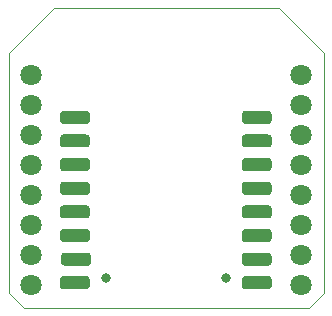
<source format=gbr>
G04 #@! TF.FileFunction,Soldermask,Bot*
%FSLAX46Y46*%
G04 Gerber Fmt 4.6, Leading zero omitted, Abs format (unit mm)*
G04 Created by KiCad (PCBNEW (2016-07-11 BZR 6975, Git 98ad509)-product) date Sat Aug 13 17:34:52 2016*
%MOMM*%
%LPD*%
G01*
G04 APERTURE LIST*
%ADD10C,0.100000*%
%ADD11C,1.800000*%
%ADD12C,0.800000*%
G04 APERTURE END LIST*
D10*
X201930000Y-75565000D02*
X205740000Y-79375000D01*
X194310000Y-75565000D02*
X201930000Y-75565000D01*
X194310000Y-75565000D02*
X182880000Y-75565000D01*
X205740000Y-99695000D02*
X205740000Y-79375000D01*
X205740000Y-99695000D02*
X204470000Y-100965000D01*
X179070000Y-79375000D02*
X179070000Y-99695000D01*
X180340000Y-100965000D02*
X204470000Y-100965000D01*
X179070000Y-99695000D02*
X180340000Y-100965000D01*
X182880000Y-75565000D02*
X179070000Y-79375000D01*
D11*
X180975000Y-81280000D03*
X180975000Y-83820000D03*
X180975000Y-86360000D03*
X180975000Y-88900000D03*
X180975000Y-91440000D03*
X180975000Y-93980000D03*
X180975000Y-96520000D03*
X180975000Y-99060000D03*
X203835000Y-99060000D03*
X203835000Y-96520000D03*
X203835000Y-93980000D03*
X203835000Y-91440000D03*
X203835000Y-88900000D03*
X203835000Y-86360000D03*
X203835000Y-83820000D03*
X203835000Y-81280000D03*
D10*
G36*
X201091955Y-84287324D02*
X201118650Y-84291284D01*
X201144828Y-84297841D01*
X201170238Y-84306933D01*
X201194634Y-84318472D01*
X201217782Y-84332346D01*
X201239458Y-84348422D01*
X201259454Y-84366546D01*
X201277578Y-84386542D01*
X201293654Y-84408218D01*
X201307528Y-84431366D01*
X201319067Y-84455762D01*
X201328159Y-84481172D01*
X201334716Y-84507350D01*
X201338676Y-84534045D01*
X201340000Y-84561000D01*
X201340000Y-85111000D01*
X201338676Y-85137955D01*
X201334716Y-85164650D01*
X201328159Y-85190828D01*
X201319067Y-85216238D01*
X201307528Y-85240634D01*
X201293654Y-85263782D01*
X201277578Y-85285458D01*
X201259454Y-85305454D01*
X201239458Y-85323578D01*
X201217782Y-85339654D01*
X201194634Y-85353528D01*
X201170238Y-85365067D01*
X201144828Y-85374159D01*
X201118650Y-85380716D01*
X201091955Y-85384676D01*
X201065000Y-85386000D01*
X199115000Y-85386000D01*
X199088045Y-85384676D01*
X199061350Y-85380716D01*
X199035172Y-85374159D01*
X199009762Y-85365067D01*
X198985366Y-85353528D01*
X198962218Y-85339654D01*
X198940542Y-85323578D01*
X198920546Y-85305454D01*
X198902422Y-85285458D01*
X198886346Y-85263782D01*
X198872472Y-85240634D01*
X198860933Y-85216238D01*
X198851841Y-85190828D01*
X198845284Y-85164650D01*
X198841324Y-85137955D01*
X198840000Y-85111000D01*
X198840000Y-84561000D01*
X198841324Y-84534045D01*
X198845284Y-84507350D01*
X198851841Y-84481172D01*
X198860933Y-84455762D01*
X198872472Y-84431366D01*
X198886346Y-84408218D01*
X198902422Y-84386542D01*
X198920546Y-84366546D01*
X198940542Y-84348422D01*
X198962218Y-84332346D01*
X198985366Y-84318472D01*
X199009762Y-84306933D01*
X199035172Y-84297841D01*
X199061350Y-84291284D01*
X199088045Y-84287324D01*
X199115000Y-84286000D01*
X201065000Y-84286000D01*
X201091955Y-84287324D01*
X201091955Y-84287324D01*
G37*
G36*
X201091955Y-86287324D02*
X201118650Y-86291284D01*
X201144828Y-86297841D01*
X201170238Y-86306933D01*
X201194634Y-86318472D01*
X201217782Y-86332346D01*
X201239458Y-86348422D01*
X201259454Y-86366546D01*
X201277578Y-86386542D01*
X201293654Y-86408218D01*
X201307528Y-86431366D01*
X201319067Y-86455762D01*
X201328159Y-86481172D01*
X201334716Y-86507350D01*
X201338676Y-86534045D01*
X201340000Y-86561000D01*
X201340000Y-87111000D01*
X201338676Y-87137955D01*
X201334716Y-87164650D01*
X201328159Y-87190828D01*
X201319067Y-87216238D01*
X201307528Y-87240634D01*
X201293654Y-87263782D01*
X201277578Y-87285458D01*
X201259454Y-87305454D01*
X201239458Y-87323578D01*
X201217782Y-87339654D01*
X201194634Y-87353528D01*
X201170238Y-87365067D01*
X201144828Y-87374159D01*
X201118650Y-87380716D01*
X201091955Y-87384676D01*
X201065000Y-87386000D01*
X199115000Y-87386000D01*
X199088045Y-87384676D01*
X199061350Y-87380716D01*
X199035172Y-87374159D01*
X199009762Y-87365067D01*
X198985366Y-87353528D01*
X198962218Y-87339654D01*
X198940542Y-87323578D01*
X198920546Y-87305454D01*
X198902422Y-87285458D01*
X198886346Y-87263782D01*
X198872472Y-87240634D01*
X198860933Y-87216238D01*
X198851841Y-87190828D01*
X198845284Y-87164650D01*
X198841324Y-87137955D01*
X198840000Y-87111000D01*
X198840000Y-86561000D01*
X198841324Y-86534045D01*
X198845284Y-86507350D01*
X198851841Y-86481172D01*
X198860933Y-86455762D01*
X198872472Y-86431366D01*
X198886346Y-86408218D01*
X198902422Y-86386542D01*
X198920546Y-86366546D01*
X198940542Y-86348422D01*
X198962218Y-86332346D01*
X198985366Y-86318472D01*
X199009762Y-86306933D01*
X199035172Y-86297841D01*
X199061350Y-86291284D01*
X199088045Y-86287324D01*
X199115000Y-86286000D01*
X201065000Y-86286000D01*
X201091955Y-86287324D01*
X201091955Y-86287324D01*
G37*
G36*
X201091955Y-88287324D02*
X201118650Y-88291284D01*
X201144828Y-88297841D01*
X201170238Y-88306933D01*
X201194634Y-88318472D01*
X201217782Y-88332346D01*
X201239458Y-88348422D01*
X201259454Y-88366546D01*
X201277578Y-88386542D01*
X201293654Y-88408218D01*
X201307528Y-88431366D01*
X201319067Y-88455762D01*
X201328159Y-88481172D01*
X201334716Y-88507350D01*
X201338676Y-88534045D01*
X201340000Y-88561000D01*
X201340000Y-89111000D01*
X201338676Y-89137955D01*
X201334716Y-89164650D01*
X201328159Y-89190828D01*
X201319067Y-89216238D01*
X201307528Y-89240634D01*
X201293654Y-89263782D01*
X201277578Y-89285458D01*
X201259454Y-89305454D01*
X201239458Y-89323578D01*
X201217782Y-89339654D01*
X201194634Y-89353528D01*
X201170238Y-89365067D01*
X201144828Y-89374159D01*
X201118650Y-89380716D01*
X201091955Y-89384676D01*
X201065000Y-89386000D01*
X199115000Y-89386000D01*
X199088045Y-89384676D01*
X199061350Y-89380716D01*
X199035172Y-89374159D01*
X199009762Y-89365067D01*
X198985366Y-89353528D01*
X198962218Y-89339654D01*
X198940542Y-89323578D01*
X198920546Y-89305454D01*
X198902422Y-89285458D01*
X198886346Y-89263782D01*
X198872472Y-89240634D01*
X198860933Y-89216238D01*
X198851841Y-89190828D01*
X198845284Y-89164650D01*
X198841324Y-89137955D01*
X198840000Y-89111000D01*
X198840000Y-88561000D01*
X198841324Y-88534045D01*
X198845284Y-88507350D01*
X198851841Y-88481172D01*
X198860933Y-88455762D01*
X198872472Y-88431366D01*
X198886346Y-88408218D01*
X198902422Y-88386542D01*
X198920546Y-88366546D01*
X198940542Y-88348422D01*
X198962218Y-88332346D01*
X198985366Y-88318472D01*
X199009762Y-88306933D01*
X199035172Y-88297841D01*
X199061350Y-88291284D01*
X199088045Y-88287324D01*
X199115000Y-88286000D01*
X201065000Y-88286000D01*
X201091955Y-88287324D01*
X201091955Y-88287324D01*
G37*
G36*
X201091955Y-90287324D02*
X201118650Y-90291284D01*
X201144828Y-90297841D01*
X201170238Y-90306933D01*
X201194634Y-90318472D01*
X201217782Y-90332346D01*
X201239458Y-90348422D01*
X201259454Y-90366546D01*
X201277578Y-90386542D01*
X201293654Y-90408218D01*
X201307528Y-90431366D01*
X201319067Y-90455762D01*
X201328159Y-90481172D01*
X201334716Y-90507350D01*
X201338676Y-90534045D01*
X201340000Y-90561000D01*
X201340000Y-91111000D01*
X201338676Y-91137955D01*
X201334716Y-91164650D01*
X201328159Y-91190828D01*
X201319067Y-91216238D01*
X201307528Y-91240634D01*
X201293654Y-91263782D01*
X201277578Y-91285458D01*
X201259454Y-91305454D01*
X201239458Y-91323578D01*
X201217782Y-91339654D01*
X201194634Y-91353528D01*
X201170238Y-91365067D01*
X201144828Y-91374159D01*
X201118650Y-91380716D01*
X201091955Y-91384676D01*
X201065000Y-91386000D01*
X199115000Y-91386000D01*
X199088045Y-91384676D01*
X199061350Y-91380716D01*
X199035172Y-91374159D01*
X199009762Y-91365067D01*
X198985366Y-91353528D01*
X198962218Y-91339654D01*
X198940542Y-91323578D01*
X198920546Y-91305454D01*
X198902422Y-91285458D01*
X198886346Y-91263782D01*
X198872472Y-91240634D01*
X198860933Y-91216238D01*
X198851841Y-91190828D01*
X198845284Y-91164650D01*
X198841324Y-91137955D01*
X198840000Y-91111000D01*
X198840000Y-90561000D01*
X198841324Y-90534045D01*
X198845284Y-90507350D01*
X198851841Y-90481172D01*
X198860933Y-90455762D01*
X198872472Y-90431366D01*
X198886346Y-90408218D01*
X198902422Y-90386542D01*
X198920546Y-90366546D01*
X198940542Y-90348422D01*
X198962218Y-90332346D01*
X198985366Y-90318472D01*
X199009762Y-90306933D01*
X199035172Y-90297841D01*
X199061350Y-90291284D01*
X199088045Y-90287324D01*
X199115000Y-90286000D01*
X201065000Y-90286000D01*
X201091955Y-90287324D01*
X201091955Y-90287324D01*
G37*
G36*
X201091955Y-92287324D02*
X201118650Y-92291284D01*
X201144828Y-92297841D01*
X201170238Y-92306933D01*
X201194634Y-92318472D01*
X201217782Y-92332346D01*
X201239458Y-92348422D01*
X201259454Y-92366546D01*
X201277578Y-92386542D01*
X201293654Y-92408218D01*
X201307528Y-92431366D01*
X201319067Y-92455762D01*
X201328159Y-92481172D01*
X201334716Y-92507350D01*
X201338676Y-92534045D01*
X201340000Y-92561000D01*
X201340000Y-93111000D01*
X201338676Y-93137955D01*
X201334716Y-93164650D01*
X201328159Y-93190828D01*
X201319067Y-93216238D01*
X201307528Y-93240634D01*
X201293654Y-93263782D01*
X201277578Y-93285458D01*
X201259454Y-93305454D01*
X201239458Y-93323578D01*
X201217782Y-93339654D01*
X201194634Y-93353528D01*
X201170238Y-93365067D01*
X201144828Y-93374159D01*
X201118650Y-93380716D01*
X201091955Y-93384676D01*
X201065000Y-93386000D01*
X199115000Y-93386000D01*
X199088045Y-93384676D01*
X199061350Y-93380716D01*
X199035172Y-93374159D01*
X199009762Y-93365067D01*
X198985366Y-93353528D01*
X198962218Y-93339654D01*
X198940542Y-93323578D01*
X198920546Y-93305454D01*
X198902422Y-93285458D01*
X198886346Y-93263782D01*
X198872472Y-93240634D01*
X198860933Y-93216238D01*
X198851841Y-93190828D01*
X198845284Y-93164650D01*
X198841324Y-93137955D01*
X198840000Y-93111000D01*
X198840000Y-92561000D01*
X198841324Y-92534045D01*
X198845284Y-92507350D01*
X198851841Y-92481172D01*
X198860933Y-92455762D01*
X198872472Y-92431366D01*
X198886346Y-92408218D01*
X198902422Y-92386542D01*
X198920546Y-92366546D01*
X198940542Y-92348422D01*
X198962218Y-92332346D01*
X198985366Y-92318472D01*
X199009762Y-92306933D01*
X199035172Y-92297841D01*
X199061350Y-92291284D01*
X199088045Y-92287324D01*
X199115000Y-92286000D01*
X201065000Y-92286000D01*
X201091955Y-92287324D01*
X201091955Y-92287324D01*
G37*
G36*
X201091955Y-94287324D02*
X201118650Y-94291284D01*
X201144828Y-94297841D01*
X201170238Y-94306933D01*
X201194634Y-94318472D01*
X201217782Y-94332346D01*
X201239458Y-94348422D01*
X201259454Y-94366546D01*
X201277578Y-94386542D01*
X201293654Y-94408218D01*
X201307528Y-94431366D01*
X201319067Y-94455762D01*
X201328159Y-94481172D01*
X201334716Y-94507350D01*
X201338676Y-94534045D01*
X201340000Y-94561000D01*
X201340000Y-95111000D01*
X201338676Y-95137955D01*
X201334716Y-95164650D01*
X201328159Y-95190828D01*
X201319067Y-95216238D01*
X201307528Y-95240634D01*
X201293654Y-95263782D01*
X201277578Y-95285458D01*
X201259454Y-95305454D01*
X201239458Y-95323578D01*
X201217782Y-95339654D01*
X201194634Y-95353528D01*
X201170238Y-95365067D01*
X201144828Y-95374159D01*
X201118650Y-95380716D01*
X201091955Y-95384676D01*
X201065000Y-95386000D01*
X199115000Y-95386000D01*
X199088045Y-95384676D01*
X199061350Y-95380716D01*
X199035172Y-95374159D01*
X199009762Y-95365067D01*
X198985366Y-95353528D01*
X198962218Y-95339654D01*
X198940542Y-95323578D01*
X198920546Y-95305454D01*
X198902422Y-95285458D01*
X198886346Y-95263782D01*
X198872472Y-95240634D01*
X198860933Y-95216238D01*
X198851841Y-95190828D01*
X198845284Y-95164650D01*
X198841324Y-95137955D01*
X198840000Y-95111000D01*
X198840000Y-94561000D01*
X198841324Y-94534045D01*
X198845284Y-94507350D01*
X198851841Y-94481172D01*
X198860933Y-94455762D01*
X198872472Y-94431366D01*
X198886346Y-94408218D01*
X198902422Y-94386542D01*
X198920546Y-94366546D01*
X198940542Y-94348422D01*
X198962218Y-94332346D01*
X198985366Y-94318472D01*
X199009762Y-94306933D01*
X199035172Y-94297841D01*
X199061350Y-94291284D01*
X199088045Y-94287324D01*
X199115000Y-94286000D01*
X201065000Y-94286000D01*
X201091955Y-94287324D01*
X201091955Y-94287324D01*
G37*
G36*
X201091955Y-96287324D02*
X201118650Y-96291284D01*
X201144828Y-96297841D01*
X201170238Y-96306933D01*
X201194634Y-96318472D01*
X201217782Y-96332346D01*
X201239458Y-96348422D01*
X201259454Y-96366546D01*
X201277578Y-96386542D01*
X201293654Y-96408218D01*
X201307528Y-96431366D01*
X201319067Y-96455762D01*
X201328159Y-96481172D01*
X201334716Y-96507350D01*
X201338676Y-96534045D01*
X201340000Y-96561000D01*
X201340000Y-97111000D01*
X201338676Y-97137955D01*
X201334716Y-97164650D01*
X201328159Y-97190828D01*
X201319067Y-97216238D01*
X201307528Y-97240634D01*
X201293654Y-97263782D01*
X201277578Y-97285458D01*
X201259454Y-97305454D01*
X201239458Y-97323578D01*
X201217782Y-97339654D01*
X201194634Y-97353528D01*
X201170238Y-97365067D01*
X201144828Y-97374159D01*
X201118650Y-97380716D01*
X201091955Y-97384676D01*
X201065000Y-97386000D01*
X199115000Y-97386000D01*
X199088045Y-97384676D01*
X199061350Y-97380716D01*
X199035172Y-97374159D01*
X199009762Y-97365067D01*
X198985366Y-97353528D01*
X198962218Y-97339654D01*
X198940542Y-97323578D01*
X198920546Y-97305454D01*
X198902422Y-97285458D01*
X198886346Y-97263782D01*
X198872472Y-97240634D01*
X198860933Y-97216238D01*
X198851841Y-97190828D01*
X198845284Y-97164650D01*
X198841324Y-97137955D01*
X198840000Y-97111000D01*
X198840000Y-96561000D01*
X198841324Y-96534045D01*
X198845284Y-96507350D01*
X198851841Y-96481172D01*
X198860933Y-96455762D01*
X198872472Y-96431366D01*
X198886346Y-96408218D01*
X198902422Y-96386542D01*
X198920546Y-96366546D01*
X198940542Y-96348422D01*
X198962218Y-96332346D01*
X198985366Y-96318472D01*
X199009762Y-96306933D01*
X199035172Y-96297841D01*
X199061350Y-96291284D01*
X199088045Y-96287324D01*
X199115000Y-96286000D01*
X201065000Y-96286000D01*
X201091955Y-96287324D01*
X201091955Y-96287324D01*
G37*
G36*
X201091955Y-98287324D02*
X201118650Y-98291284D01*
X201144828Y-98297841D01*
X201170238Y-98306933D01*
X201194634Y-98318472D01*
X201217782Y-98332346D01*
X201239458Y-98348422D01*
X201259454Y-98366546D01*
X201277578Y-98386542D01*
X201293654Y-98408218D01*
X201307528Y-98431366D01*
X201319067Y-98455762D01*
X201328159Y-98481172D01*
X201334716Y-98507350D01*
X201338676Y-98534045D01*
X201340000Y-98561000D01*
X201340000Y-99111000D01*
X201338676Y-99137955D01*
X201334716Y-99164650D01*
X201328159Y-99190828D01*
X201319067Y-99216238D01*
X201307528Y-99240634D01*
X201293654Y-99263782D01*
X201277578Y-99285458D01*
X201259454Y-99305454D01*
X201239458Y-99323578D01*
X201217782Y-99339654D01*
X201194634Y-99353528D01*
X201170238Y-99365067D01*
X201144828Y-99374159D01*
X201118650Y-99380716D01*
X201091955Y-99384676D01*
X201065000Y-99386000D01*
X199115000Y-99386000D01*
X199088045Y-99384676D01*
X199061350Y-99380716D01*
X199035172Y-99374159D01*
X199009762Y-99365067D01*
X198985366Y-99353528D01*
X198962218Y-99339654D01*
X198940542Y-99323578D01*
X198920546Y-99305454D01*
X198902422Y-99285458D01*
X198886346Y-99263782D01*
X198872472Y-99240634D01*
X198860933Y-99216238D01*
X198851841Y-99190828D01*
X198845284Y-99164650D01*
X198841324Y-99137955D01*
X198840000Y-99111000D01*
X198840000Y-98561000D01*
X198841324Y-98534045D01*
X198845284Y-98507350D01*
X198851841Y-98481172D01*
X198860933Y-98455762D01*
X198872472Y-98431366D01*
X198886346Y-98408218D01*
X198902422Y-98386542D01*
X198920546Y-98366546D01*
X198940542Y-98348422D01*
X198962218Y-98332346D01*
X198985366Y-98318472D01*
X199009762Y-98306933D01*
X199035172Y-98297841D01*
X199061350Y-98291284D01*
X199088045Y-98287324D01*
X199115000Y-98286000D01*
X201065000Y-98286000D01*
X201091955Y-98287324D01*
X201091955Y-98287324D01*
G37*
G36*
X185691955Y-98287324D02*
X185718650Y-98291284D01*
X185744828Y-98297841D01*
X185770238Y-98306933D01*
X185794634Y-98318472D01*
X185817782Y-98332346D01*
X185839458Y-98348422D01*
X185859454Y-98366546D01*
X185877578Y-98386542D01*
X185893654Y-98408218D01*
X185907528Y-98431366D01*
X185919067Y-98455762D01*
X185928159Y-98481172D01*
X185934716Y-98507350D01*
X185938676Y-98534045D01*
X185940000Y-98561000D01*
X185940000Y-99111000D01*
X185938676Y-99137955D01*
X185934716Y-99164650D01*
X185928159Y-99190828D01*
X185919067Y-99216238D01*
X185907528Y-99240634D01*
X185893654Y-99263782D01*
X185877578Y-99285458D01*
X185859454Y-99305454D01*
X185839458Y-99323578D01*
X185817782Y-99339654D01*
X185794634Y-99353528D01*
X185770238Y-99365067D01*
X185744828Y-99374159D01*
X185718650Y-99380716D01*
X185691955Y-99384676D01*
X185665000Y-99386000D01*
X183715000Y-99386000D01*
X183688045Y-99384676D01*
X183661350Y-99380716D01*
X183635172Y-99374159D01*
X183609762Y-99365067D01*
X183585366Y-99353528D01*
X183562218Y-99339654D01*
X183540542Y-99323578D01*
X183520546Y-99305454D01*
X183502422Y-99285458D01*
X183486346Y-99263782D01*
X183472472Y-99240634D01*
X183460933Y-99216238D01*
X183451841Y-99190828D01*
X183445284Y-99164650D01*
X183441324Y-99137955D01*
X183440000Y-99111000D01*
X183440000Y-98561000D01*
X183441324Y-98534045D01*
X183445284Y-98507350D01*
X183451841Y-98481172D01*
X183460933Y-98455762D01*
X183472472Y-98431366D01*
X183486346Y-98408218D01*
X183502422Y-98386542D01*
X183520546Y-98366546D01*
X183540542Y-98348422D01*
X183562218Y-98332346D01*
X183585366Y-98318472D01*
X183609762Y-98306933D01*
X183635172Y-98297841D01*
X183661350Y-98291284D01*
X183688045Y-98287324D01*
X183715000Y-98286000D01*
X185665000Y-98286000D01*
X185691955Y-98287324D01*
X185691955Y-98287324D01*
G37*
G36*
X185791955Y-96287324D02*
X185818650Y-96291284D01*
X185844828Y-96297841D01*
X185870238Y-96306933D01*
X185894634Y-96318472D01*
X185917782Y-96332346D01*
X185939458Y-96348422D01*
X185959454Y-96366546D01*
X185977578Y-96386542D01*
X185993654Y-96408218D01*
X186007528Y-96431366D01*
X186019067Y-96455762D01*
X186028159Y-96481172D01*
X186034716Y-96507350D01*
X186038676Y-96534045D01*
X186040000Y-96561000D01*
X186040000Y-97111000D01*
X186038676Y-97137955D01*
X186034716Y-97164650D01*
X186028159Y-97190828D01*
X186019067Y-97216238D01*
X186007528Y-97240634D01*
X185993654Y-97263782D01*
X185977578Y-97285458D01*
X185959454Y-97305454D01*
X185939458Y-97323578D01*
X185917782Y-97339654D01*
X185894634Y-97353528D01*
X185870238Y-97365067D01*
X185844828Y-97374159D01*
X185818650Y-97380716D01*
X185791955Y-97384676D01*
X185765000Y-97386000D01*
X183815000Y-97386000D01*
X183788045Y-97384676D01*
X183761350Y-97380716D01*
X183735172Y-97374159D01*
X183709762Y-97365067D01*
X183685366Y-97353528D01*
X183662218Y-97339654D01*
X183640542Y-97323578D01*
X183620546Y-97305454D01*
X183602422Y-97285458D01*
X183586346Y-97263782D01*
X183572472Y-97240634D01*
X183560933Y-97216238D01*
X183551841Y-97190828D01*
X183545284Y-97164650D01*
X183541324Y-97137955D01*
X183540000Y-97111000D01*
X183540000Y-96561000D01*
X183541324Y-96534045D01*
X183545284Y-96507350D01*
X183551841Y-96481172D01*
X183560933Y-96455762D01*
X183572472Y-96431366D01*
X183586346Y-96408218D01*
X183602422Y-96386542D01*
X183620546Y-96366546D01*
X183640542Y-96348422D01*
X183662218Y-96332346D01*
X183685366Y-96318472D01*
X183709762Y-96306933D01*
X183735172Y-96297841D01*
X183761350Y-96291284D01*
X183788045Y-96287324D01*
X183815000Y-96286000D01*
X185765000Y-96286000D01*
X185791955Y-96287324D01*
X185791955Y-96287324D01*
G37*
G36*
X185691955Y-94287324D02*
X185718650Y-94291284D01*
X185744828Y-94297841D01*
X185770238Y-94306933D01*
X185794634Y-94318472D01*
X185817782Y-94332346D01*
X185839458Y-94348422D01*
X185859454Y-94366546D01*
X185877578Y-94386542D01*
X185893654Y-94408218D01*
X185907528Y-94431366D01*
X185919067Y-94455762D01*
X185928159Y-94481172D01*
X185934716Y-94507350D01*
X185938676Y-94534045D01*
X185940000Y-94561000D01*
X185940000Y-95111000D01*
X185938676Y-95137955D01*
X185934716Y-95164650D01*
X185928159Y-95190828D01*
X185919067Y-95216238D01*
X185907528Y-95240634D01*
X185893654Y-95263782D01*
X185877578Y-95285458D01*
X185859454Y-95305454D01*
X185839458Y-95323578D01*
X185817782Y-95339654D01*
X185794634Y-95353528D01*
X185770238Y-95365067D01*
X185744828Y-95374159D01*
X185718650Y-95380716D01*
X185691955Y-95384676D01*
X185665000Y-95386000D01*
X183715000Y-95386000D01*
X183688045Y-95384676D01*
X183661350Y-95380716D01*
X183635172Y-95374159D01*
X183609762Y-95365067D01*
X183585366Y-95353528D01*
X183562218Y-95339654D01*
X183540542Y-95323578D01*
X183520546Y-95305454D01*
X183502422Y-95285458D01*
X183486346Y-95263782D01*
X183472472Y-95240634D01*
X183460933Y-95216238D01*
X183451841Y-95190828D01*
X183445284Y-95164650D01*
X183441324Y-95137955D01*
X183440000Y-95111000D01*
X183440000Y-94561000D01*
X183441324Y-94534045D01*
X183445284Y-94507350D01*
X183451841Y-94481172D01*
X183460933Y-94455762D01*
X183472472Y-94431366D01*
X183486346Y-94408218D01*
X183502422Y-94386542D01*
X183520546Y-94366546D01*
X183540542Y-94348422D01*
X183562218Y-94332346D01*
X183585366Y-94318472D01*
X183609762Y-94306933D01*
X183635172Y-94297841D01*
X183661350Y-94291284D01*
X183688045Y-94287324D01*
X183715000Y-94286000D01*
X185665000Y-94286000D01*
X185691955Y-94287324D01*
X185691955Y-94287324D01*
G37*
G36*
X185691955Y-92287324D02*
X185718650Y-92291284D01*
X185744828Y-92297841D01*
X185770238Y-92306933D01*
X185794634Y-92318472D01*
X185817782Y-92332346D01*
X185839458Y-92348422D01*
X185859454Y-92366546D01*
X185877578Y-92386542D01*
X185893654Y-92408218D01*
X185907528Y-92431366D01*
X185919067Y-92455762D01*
X185928159Y-92481172D01*
X185934716Y-92507350D01*
X185938676Y-92534045D01*
X185940000Y-92561000D01*
X185940000Y-93111000D01*
X185938676Y-93137955D01*
X185934716Y-93164650D01*
X185928159Y-93190828D01*
X185919067Y-93216238D01*
X185907528Y-93240634D01*
X185893654Y-93263782D01*
X185877578Y-93285458D01*
X185859454Y-93305454D01*
X185839458Y-93323578D01*
X185817782Y-93339654D01*
X185794634Y-93353528D01*
X185770238Y-93365067D01*
X185744828Y-93374159D01*
X185718650Y-93380716D01*
X185691955Y-93384676D01*
X185665000Y-93386000D01*
X183715000Y-93386000D01*
X183688045Y-93384676D01*
X183661350Y-93380716D01*
X183635172Y-93374159D01*
X183609762Y-93365067D01*
X183585366Y-93353528D01*
X183562218Y-93339654D01*
X183540542Y-93323578D01*
X183520546Y-93305454D01*
X183502422Y-93285458D01*
X183486346Y-93263782D01*
X183472472Y-93240634D01*
X183460933Y-93216238D01*
X183451841Y-93190828D01*
X183445284Y-93164650D01*
X183441324Y-93137955D01*
X183440000Y-93111000D01*
X183440000Y-92561000D01*
X183441324Y-92534045D01*
X183445284Y-92507350D01*
X183451841Y-92481172D01*
X183460933Y-92455762D01*
X183472472Y-92431366D01*
X183486346Y-92408218D01*
X183502422Y-92386542D01*
X183520546Y-92366546D01*
X183540542Y-92348422D01*
X183562218Y-92332346D01*
X183585366Y-92318472D01*
X183609762Y-92306933D01*
X183635172Y-92297841D01*
X183661350Y-92291284D01*
X183688045Y-92287324D01*
X183715000Y-92286000D01*
X185665000Y-92286000D01*
X185691955Y-92287324D01*
X185691955Y-92287324D01*
G37*
G36*
X185691955Y-90287324D02*
X185718650Y-90291284D01*
X185744828Y-90297841D01*
X185770238Y-90306933D01*
X185794634Y-90318472D01*
X185817782Y-90332346D01*
X185839458Y-90348422D01*
X185859454Y-90366546D01*
X185877578Y-90386542D01*
X185893654Y-90408218D01*
X185907528Y-90431366D01*
X185919067Y-90455762D01*
X185928159Y-90481172D01*
X185934716Y-90507350D01*
X185938676Y-90534045D01*
X185940000Y-90561000D01*
X185940000Y-91111000D01*
X185938676Y-91137955D01*
X185934716Y-91164650D01*
X185928159Y-91190828D01*
X185919067Y-91216238D01*
X185907528Y-91240634D01*
X185893654Y-91263782D01*
X185877578Y-91285458D01*
X185859454Y-91305454D01*
X185839458Y-91323578D01*
X185817782Y-91339654D01*
X185794634Y-91353528D01*
X185770238Y-91365067D01*
X185744828Y-91374159D01*
X185718650Y-91380716D01*
X185691955Y-91384676D01*
X185665000Y-91386000D01*
X183715000Y-91386000D01*
X183688045Y-91384676D01*
X183661350Y-91380716D01*
X183635172Y-91374159D01*
X183609762Y-91365067D01*
X183585366Y-91353528D01*
X183562218Y-91339654D01*
X183540542Y-91323578D01*
X183520546Y-91305454D01*
X183502422Y-91285458D01*
X183486346Y-91263782D01*
X183472472Y-91240634D01*
X183460933Y-91216238D01*
X183451841Y-91190828D01*
X183445284Y-91164650D01*
X183441324Y-91137955D01*
X183440000Y-91111000D01*
X183440000Y-90561000D01*
X183441324Y-90534045D01*
X183445284Y-90507350D01*
X183451841Y-90481172D01*
X183460933Y-90455762D01*
X183472472Y-90431366D01*
X183486346Y-90408218D01*
X183502422Y-90386542D01*
X183520546Y-90366546D01*
X183540542Y-90348422D01*
X183562218Y-90332346D01*
X183585366Y-90318472D01*
X183609762Y-90306933D01*
X183635172Y-90297841D01*
X183661350Y-90291284D01*
X183688045Y-90287324D01*
X183715000Y-90286000D01*
X185665000Y-90286000D01*
X185691955Y-90287324D01*
X185691955Y-90287324D01*
G37*
G36*
X185691955Y-88287324D02*
X185718650Y-88291284D01*
X185744828Y-88297841D01*
X185770238Y-88306933D01*
X185794634Y-88318472D01*
X185817782Y-88332346D01*
X185839458Y-88348422D01*
X185859454Y-88366546D01*
X185877578Y-88386542D01*
X185893654Y-88408218D01*
X185907528Y-88431366D01*
X185919067Y-88455762D01*
X185928159Y-88481172D01*
X185934716Y-88507350D01*
X185938676Y-88534045D01*
X185940000Y-88561000D01*
X185940000Y-89111000D01*
X185938676Y-89137955D01*
X185934716Y-89164650D01*
X185928159Y-89190828D01*
X185919067Y-89216238D01*
X185907528Y-89240634D01*
X185893654Y-89263782D01*
X185877578Y-89285458D01*
X185859454Y-89305454D01*
X185839458Y-89323578D01*
X185817782Y-89339654D01*
X185794634Y-89353528D01*
X185770238Y-89365067D01*
X185744828Y-89374159D01*
X185718650Y-89380716D01*
X185691955Y-89384676D01*
X185665000Y-89386000D01*
X183715000Y-89386000D01*
X183688045Y-89384676D01*
X183661350Y-89380716D01*
X183635172Y-89374159D01*
X183609762Y-89365067D01*
X183585366Y-89353528D01*
X183562218Y-89339654D01*
X183540542Y-89323578D01*
X183520546Y-89305454D01*
X183502422Y-89285458D01*
X183486346Y-89263782D01*
X183472472Y-89240634D01*
X183460933Y-89216238D01*
X183451841Y-89190828D01*
X183445284Y-89164650D01*
X183441324Y-89137955D01*
X183440000Y-89111000D01*
X183440000Y-88561000D01*
X183441324Y-88534045D01*
X183445284Y-88507350D01*
X183451841Y-88481172D01*
X183460933Y-88455762D01*
X183472472Y-88431366D01*
X183486346Y-88408218D01*
X183502422Y-88386542D01*
X183520546Y-88366546D01*
X183540542Y-88348422D01*
X183562218Y-88332346D01*
X183585366Y-88318472D01*
X183609762Y-88306933D01*
X183635172Y-88297841D01*
X183661350Y-88291284D01*
X183688045Y-88287324D01*
X183715000Y-88286000D01*
X185665000Y-88286000D01*
X185691955Y-88287324D01*
X185691955Y-88287324D01*
G37*
G36*
X185691955Y-86287324D02*
X185718650Y-86291284D01*
X185744828Y-86297841D01*
X185770238Y-86306933D01*
X185794634Y-86318472D01*
X185817782Y-86332346D01*
X185839458Y-86348422D01*
X185859454Y-86366546D01*
X185877578Y-86386542D01*
X185893654Y-86408218D01*
X185907528Y-86431366D01*
X185919067Y-86455762D01*
X185928159Y-86481172D01*
X185934716Y-86507350D01*
X185938676Y-86534045D01*
X185940000Y-86561000D01*
X185940000Y-87111000D01*
X185938676Y-87137955D01*
X185934716Y-87164650D01*
X185928159Y-87190828D01*
X185919067Y-87216238D01*
X185907528Y-87240634D01*
X185893654Y-87263782D01*
X185877578Y-87285458D01*
X185859454Y-87305454D01*
X185839458Y-87323578D01*
X185817782Y-87339654D01*
X185794634Y-87353528D01*
X185770238Y-87365067D01*
X185744828Y-87374159D01*
X185718650Y-87380716D01*
X185691955Y-87384676D01*
X185665000Y-87386000D01*
X183715000Y-87386000D01*
X183688045Y-87384676D01*
X183661350Y-87380716D01*
X183635172Y-87374159D01*
X183609762Y-87365067D01*
X183585366Y-87353528D01*
X183562218Y-87339654D01*
X183540542Y-87323578D01*
X183520546Y-87305454D01*
X183502422Y-87285458D01*
X183486346Y-87263782D01*
X183472472Y-87240634D01*
X183460933Y-87216238D01*
X183451841Y-87190828D01*
X183445284Y-87164650D01*
X183441324Y-87137955D01*
X183440000Y-87111000D01*
X183440000Y-86561000D01*
X183441324Y-86534045D01*
X183445284Y-86507350D01*
X183451841Y-86481172D01*
X183460933Y-86455762D01*
X183472472Y-86431366D01*
X183486346Y-86408218D01*
X183502422Y-86386542D01*
X183520546Y-86366546D01*
X183540542Y-86348422D01*
X183562218Y-86332346D01*
X183585366Y-86318472D01*
X183609762Y-86306933D01*
X183635172Y-86297841D01*
X183661350Y-86291284D01*
X183688045Y-86287324D01*
X183715000Y-86286000D01*
X185665000Y-86286000D01*
X185691955Y-86287324D01*
X185691955Y-86287324D01*
G37*
G36*
X185691955Y-84287324D02*
X185718650Y-84291284D01*
X185744828Y-84297841D01*
X185770238Y-84306933D01*
X185794634Y-84318472D01*
X185817782Y-84332346D01*
X185839458Y-84348422D01*
X185859454Y-84366546D01*
X185877578Y-84386542D01*
X185893654Y-84408218D01*
X185907528Y-84431366D01*
X185919067Y-84455762D01*
X185928159Y-84481172D01*
X185934716Y-84507350D01*
X185938676Y-84534045D01*
X185940000Y-84561000D01*
X185940000Y-85111000D01*
X185938676Y-85137955D01*
X185934716Y-85164650D01*
X185928159Y-85190828D01*
X185919067Y-85216238D01*
X185907528Y-85240634D01*
X185893654Y-85263782D01*
X185877578Y-85285458D01*
X185859454Y-85305454D01*
X185839458Y-85323578D01*
X185817782Y-85339654D01*
X185794634Y-85353528D01*
X185770238Y-85365067D01*
X185744828Y-85374159D01*
X185718650Y-85380716D01*
X185691955Y-85384676D01*
X185665000Y-85386000D01*
X183715000Y-85386000D01*
X183688045Y-85384676D01*
X183661350Y-85380716D01*
X183635172Y-85374159D01*
X183609762Y-85365067D01*
X183585366Y-85353528D01*
X183562218Y-85339654D01*
X183540542Y-85323578D01*
X183520546Y-85305454D01*
X183502422Y-85285458D01*
X183486346Y-85263782D01*
X183472472Y-85240634D01*
X183460933Y-85216238D01*
X183451841Y-85190828D01*
X183445284Y-85164650D01*
X183441324Y-85137955D01*
X183440000Y-85111000D01*
X183440000Y-84561000D01*
X183441324Y-84534045D01*
X183445284Y-84507350D01*
X183451841Y-84481172D01*
X183460933Y-84455762D01*
X183472472Y-84431366D01*
X183486346Y-84408218D01*
X183502422Y-84386542D01*
X183520546Y-84366546D01*
X183540542Y-84348422D01*
X183562218Y-84332346D01*
X183585366Y-84318472D01*
X183609762Y-84306933D01*
X183635172Y-84297841D01*
X183661350Y-84291284D01*
X183688045Y-84287324D01*
X183715000Y-84286000D01*
X185665000Y-84286000D01*
X185691955Y-84287324D01*
X185691955Y-84287324D01*
G37*
D12*
X197485000Y-98425000D03*
X187325000Y-98425000D03*
M02*

</source>
